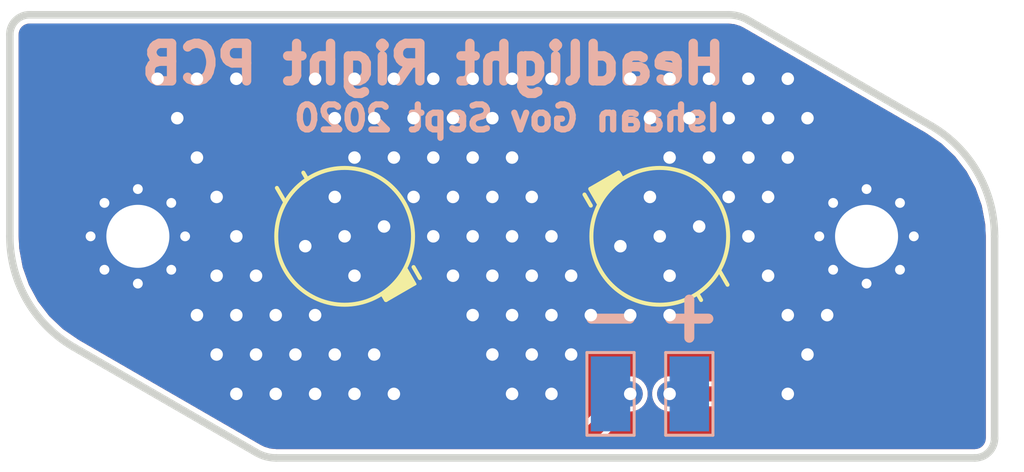
<source format=kicad_pcb>
(kicad_pcb (version 20171130) (host pcbnew "(5.1.4)-1")

  (general
    (thickness 1.6)
    (drawings 16)
    (tracks 109)
    (zones 0)
    (modules 6)
    (nets 5)
  )

  (page A4)
  (layers
    (0 F.Cu signal)
    (31 B.Cu signal)
    (32 B.Adhes user)
    (33 F.Adhes user)
    (34 B.Paste user)
    (35 F.Paste user)
    (36 B.SilkS user)
    (37 F.SilkS user)
    (38 B.Mask user)
    (39 F.Mask user)
    (40 Dwgs.User user)
    (41 Cmts.User user)
    (42 Eco1.User user)
    (43 Eco2.User user)
    (44 Edge.Cuts user)
    (45 Margin user)
    (46 B.CrtYd user)
    (47 F.CrtYd user)
    (48 B.Fab user)
    (49 F.Fab user)
  )

  (setup
    (last_trace_width 0.381)
    (user_trace_width 0.762)
    (trace_clearance 0.2032)
    (zone_clearance 0.254)
    (zone_45_only no)
    (trace_min 0.2032)
    (via_size 1.27)
    (via_drill 0.635)
    (via_min_size 0.635)
    (via_min_drill 0.381)
    (uvia_size 0.3)
    (uvia_drill 0.1)
    (uvias_allowed no)
    (uvia_min_size 0.2)
    (uvia_min_drill 0.1)
    (edge_width 0.1)
    (segment_width 0.2)
    (pcb_text_width 0.3)
    (pcb_text_size 1.5 1.5)
    (mod_edge_width 0.15)
    (mod_text_size 1 1)
    (mod_text_width 0.15)
    (pad_size 6.000001 6.000001)
    (pad_drill 0)
    (pad_to_mask_clearance 0)
    (aux_axis_origin 0 0)
    (grid_origin 137 100)
    (visible_elements 7FFFFFFF)
    (pcbplotparams
      (layerselection 0x010fc_ffffffff)
      (usegerberextensions true)
      (usegerberattributes false)
      (usegerberadvancedattributes false)
      (creategerberjobfile true)
      (excludeedgelayer true)
      (linewidth 0.100000)
      (plotframeref false)
      (viasonmask false)
      (mode 1)
      (useauxorigin true)
      (hpglpennumber 1)
      (hpglpenspeed 20)
      (hpglpendiameter 15.000000)
      (psnegative false)
      (psa4output false)
      (plotreference false)
      (plotvalue false)
      (plotinvisibletext false)
      (padsonsilk false)
      (subtractmaskfromsilk false)
      (outputformat 1)
      (mirror false)
      (drillshape 0)
      (scaleselection 1)
      (outputdirectory "Headlight Right Gerbers 9-24-2240/"))
  )

  (net 0 "")
  (net 1 /A)
  (net 2 "Net-(D1-Pad2)")
  (net 3 /HEATSINK)
  (net 4 /K)

  (net_class Default "This is the default net class."
    (clearance 0.2032)
    (trace_width 0.381)
    (via_dia 1.27)
    (via_drill 0.635)
    (uvia_dia 0.3)
    (uvia_drill 0.1)
    (diff_pair_width 0.254)
    (diff_pair_gap 0.2032)
    (add_net /A)
    (add_net /HEATSINK)
    (add_net /K)
    (add_net "Net-(D1-Pad2)")
  )

  (module TestPoint:TestPoint_Keystone_5019_Minature (layer B.Cu) (tedit 5A0F774F) (tstamp 5F698AF4)
    (at 128 108 90)
    (descr "SMT Test Point- Micro Miniature 5019, http://www.keyelco.com/product-pdf.cfm?p=1357")
    (tags "Test Point")
    (path /5F65A56E)
    (attr smd)
    (fp_text reference J2 (at 0 2.25 90) (layer B.SilkS) hide
      (effects (font (size 1 1) (thickness 0.15)) (justify mirror))
    )
    (fp_text value Conn_01x01 (at 0 -2.25 90) (layer B.Fab) hide
      (effects (font (size 1 1) (thickness 0.15)) (justify mirror))
    )
    (fp_line (start -2.1 -1.2) (end -2.1 1.2) (layer B.SilkS) (width 0.15))
    (fp_line (start 2.1 -1.2) (end -2.1 -1.2) (layer B.SilkS) (width 0.15))
    (fp_line (start 2.1 1.2) (end 2.1 -1.2) (layer B.SilkS) (width 0.15))
    (fp_line (start -2.1 1.2) (end 2.1 1.2) (layer B.SilkS) (width 0.15))
    (fp_line (start -2.35 -1.45) (end -2.35 1.45) (layer B.CrtYd) (width 0.05))
    (fp_line (start 2.35 -1.45) (end -2.35 -1.45) (layer B.CrtYd) (width 0.05))
    (fp_line (start 2.35 1.45) (end 2.35 -1.45) (layer B.CrtYd) (width 0.05))
    (fp_line (start -2.35 1.45) (end 2.35 1.45) (layer B.CrtYd) (width 0.05))
    (fp_line (start 1.25 0.5) (end 1.25 1) (layer B.Fab) (width 0.15))
    (fp_line (start 1.75 0.5) (end 1.25 0.5) (layer B.Fab) (width 0.15))
    (fp_line (start 1.9 -0.5) (end 1.9 0.5) (layer B.Fab) (width 0.15))
    (fp_line (start 1.25 -0.5) (end 1.75 -0.5) (layer B.Fab) (width 0.15))
    (fp_line (start 1.25 -1) (end 1.25 -0.5) (layer B.Fab) (width 0.15))
    (fp_line (start -1.25 -1) (end 1.25 -1) (layer B.Fab) (width 0.15))
    (fp_line (start -1.25 -0.5) (end -1.25 -1) (layer B.Fab) (width 0.15))
    (fp_line (start -1.75 -0.5) (end -1.25 -0.5) (layer B.Fab) (width 0.15))
    (fp_line (start -1.9 0.5) (end -1.9 -0.5) (layer B.Fab) (width 0.15))
    (fp_line (start -1.25 0.5) (end -1.75 0.5) (layer B.Fab) (width 0.15))
    (fp_line (start -1.25 1) (end -1.25 0.5) (layer B.Fab) (width 0.15))
    (fp_line (start 1.25 1) (end -1.25 1) (layer B.Fab) (width 0.15))
    (fp_line (start 1.9 -0.5) (end -1.9 -0.5) (layer B.Fab) (width 0.15))
    (fp_line (start -1.9 0.5) (end 1.9 0.5) (layer B.Fab) (width 0.15))
    (fp_line (start 0 1) (end 0 0.5) (layer B.Fab) (width 0.15))
    (fp_line (start 0 -0.5) (end 0 -1) (layer B.Fab) (width 0.15))
    (fp_text user %R (at 0 0 90) (layer B.Fab) hide
      (effects (font (size 0.9 0.9) (thickness 0.135)) (justify mirror))
    )
    (pad 1 smd rect (at 0 0 90) (size 3.8 2) (layers B.Cu B.Paste B.Mask)
      (net 1 /A))
    (model ${KISYS3DMOD}/TestPoint.3dshapes/TestPoint_Keystone_5019_Minature.wrl
      (at (xyz 0 0 0))
      (scale (xyz 1 1 1))
      (rotate (xyz 0 0 0))
    )
  )

  (module TestPoint:TestPoint_Keystone_5019_Minature (layer B.Cu) (tedit 5A0F774F) (tstamp 5F698F1A)
    (at 124 108 90)
    (descr "SMT Test Point- Micro Miniature 5019, http://www.keyelco.com/product-pdf.cfm?p=1357")
    (tags "Test Point")
    (path /5F65AC0F)
    (attr smd)
    (fp_text reference J1 (at 0 2.25 90) (layer B.SilkS) hide
      (effects (font (size 1 1) (thickness 0.15)) (justify mirror))
    )
    (fp_text value Conn_01x01 (at 0 -2.25 90) (layer B.Fab) hide
      (effects (font (size 1 1) (thickness 0.15)) (justify mirror))
    )
    (fp_line (start -2.1 -1.2) (end -2.1 1.2) (layer B.SilkS) (width 0.15))
    (fp_line (start 2.1 -1.2) (end -2.1 -1.2) (layer B.SilkS) (width 0.15))
    (fp_line (start 2.1 1.2) (end 2.1 -1.2) (layer B.SilkS) (width 0.15))
    (fp_line (start -2.1 1.2) (end 2.1 1.2) (layer B.SilkS) (width 0.15))
    (fp_line (start -2.35 -1.45) (end -2.35 1.45) (layer B.CrtYd) (width 0.05))
    (fp_line (start 2.35 -1.45) (end -2.35 -1.45) (layer B.CrtYd) (width 0.05))
    (fp_line (start 2.35 1.45) (end 2.35 -1.45) (layer B.CrtYd) (width 0.05))
    (fp_line (start -2.35 1.45) (end 2.35 1.45) (layer B.CrtYd) (width 0.05))
    (fp_line (start 1.25 0.5) (end 1.25 1) (layer B.Fab) (width 0.15))
    (fp_line (start 1.75 0.5) (end 1.25 0.5) (layer B.Fab) (width 0.15))
    (fp_line (start 1.9 -0.5) (end 1.9 0.5) (layer B.Fab) (width 0.15))
    (fp_line (start 1.25 -0.5) (end 1.75 -0.5) (layer B.Fab) (width 0.15))
    (fp_line (start 1.25 -1) (end 1.25 -0.5) (layer B.Fab) (width 0.15))
    (fp_line (start -1.25 -1) (end 1.25 -1) (layer B.Fab) (width 0.15))
    (fp_line (start -1.25 -0.5) (end -1.25 -1) (layer B.Fab) (width 0.15))
    (fp_line (start -1.75 -0.5) (end -1.25 -0.5) (layer B.Fab) (width 0.15))
    (fp_line (start -1.9 0.5) (end -1.9 -0.5) (layer B.Fab) (width 0.15))
    (fp_line (start -1.25 0.5) (end -1.75 0.5) (layer B.Fab) (width 0.15))
    (fp_line (start -1.25 1) (end -1.25 0.5) (layer B.Fab) (width 0.15))
    (fp_line (start 1.25 1) (end -1.25 1) (layer B.Fab) (width 0.15))
    (fp_line (start 1.9 -0.5) (end -1.9 -0.5) (layer B.Fab) (width 0.15))
    (fp_line (start -1.9 0.5) (end 1.9 0.5) (layer B.Fab) (width 0.15))
    (fp_line (start 0 1) (end 0 0.5) (layer B.Fab) (width 0.15))
    (fp_line (start 0 -0.5) (end 0 -1) (layer B.Fab) (width 0.15))
    (fp_text user %R (at 0 0 90) (layer B.Fab) hide
      (effects (font (size 0.9 0.9) (thickness 0.135)) (justify mirror))
    )
    (pad 1 smd rect (at 0 0 90) (size 3.8 2) (layers B.Cu B.Paste B.Mask)
      (net 4 /K))
    (model ${KISYS3DMOD}/TestPoint.3dshapes/TestPoint_Keystone_5019_Minature.wrl
      (at (xyz 0 0 0))
      (scale (xyz 1 1 1))
      (rotate (xyz 0 0 0))
    )
  )

  (module MountingHole:MountingHole_3.2mm_M3_Pad_Via (layer F.Cu) (tedit 56DDBCCA) (tstamp 5F698AB8)
    (at 100 100)
    (descr "Mounting Hole 3.2mm, M3")
    (tags "mounting hole 3.2mm m3")
    (path /5F661358)
    (zone_connect 2)
    (attr virtual)
    (fp_text reference H2 (at 0 -4.2) (layer F.SilkS) hide
      (effects (font (size 1 1) (thickness 0.15)))
    )
    (fp_text value M3 (at 0 4.2) (layer F.Fab) hide
      (effects (font (size 1 1) (thickness 0.15)))
    )
    (fp_circle (center 0 0) (end 3.45 0) (layer F.CrtYd) (width 0.05))
    (fp_circle (center 0 0) (end 3.2 0) (layer Cmts.User) (width 0.15))
    (fp_text user %R (at 0.3 0) (layer F.Fab) hide
      (effects (font (size 1 1) (thickness 0.15)))
    )
    (pad 1 thru_hole circle (at 1.697056 -1.697056) (size 0.8 0.8) (drill 0.5) (layers *.Cu *.Mask)
      (net 3 /HEATSINK) (zone_connect 2))
    (pad 1 thru_hole circle (at 0 -2.4) (size 0.8 0.8) (drill 0.5) (layers *.Cu *.Mask)
      (net 3 /HEATSINK) (zone_connect 2))
    (pad 1 thru_hole circle (at -1.697056 -1.697056) (size 0.8 0.8) (drill 0.5) (layers *.Cu *.Mask)
      (net 3 /HEATSINK) (zone_connect 2))
    (pad 1 thru_hole circle (at -2.4 0) (size 0.8 0.8) (drill 0.5) (layers *.Cu *.Mask)
      (net 3 /HEATSINK) (zone_connect 2))
    (pad 1 thru_hole circle (at -1.697056 1.697056) (size 0.8 0.8) (drill 0.5) (layers *.Cu *.Mask)
      (net 3 /HEATSINK) (zone_connect 2))
    (pad 1 thru_hole circle (at 0 2.4) (size 0.8 0.8) (drill 0.5) (layers *.Cu *.Mask)
      (net 3 /HEATSINK) (zone_connect 2))
    (pad 1 thru_hole circle (at 1.697056 1.697056) (size 0.8 0.8) (drill 0.5) (layers *.Cu *.Mask)
      (net 3 /HEATSINK) (zone_connect 2))
    (pad 1 thru_hole circle (at 2.4 0) (size 0.8 0.8) (drill 0.5) (layers *.Cu *.Mask)
      (net 3 /HEATSINK) (zone_connect 2))
    (pad 1 thru_hole circle (at 0 0) (size 6.4 6.4) (drill 3.2) (layers *.Cu *.Mask)
      (net 3 /HEATSINK) (zone_connect 2))
  )

  (module MountingHole:MountingHole_3.2mm_M3_Pad_Via (layer F.Cu) (tedit 56DDBCCA) (tstamp 5F698AA8)
    (at 137 100)
    (descr "Mounting Hole 3.2mm, M3")
    (tags "mounting hole 3.2mm m3")
    (path /5F660AE2)
    (zone_connect 2)
    (attr virtual)
    (fp_text reference H1 (at 0 -4.2) (layer F.SilkS) hide
      (effects (font (size 1 1) (thickness 0.15)))
    )
    (fp_text value M3 (at 0 4.2) (layer F.Fab) hide
      (effects (font (size 1 1) (thickness 0.15)))
    )
    (fp_circle (center 0 0) (end 3.45 0) (layer F.CrtYd) (width 0.05))
    (fp_circle (center 0 0) (end 3.2 0) (layer Cmts.User) (width 0.15))
    (fp_text user %R (at 0.3 0) (layer F.Fab) hide
      (effects (font (size 1 1) (thickness 0.15)))
    )
    (pad 1 thru_hole circle (at 1.697056 -1.697056) (size 0.8 0.8) (drill 0.5) (layers *.Cu *.Mask)
      (net 3 /HEATSINK) (zone_connect 2))
    (pad 1 thru_hole circle (at 0 -2.4) (size 0.8 0.8) (drill 0.5) (layers *.Cu *.Mask)
      (net 3 /HEATSINK) (zone_connect 2))
    (pad 1 thru_hole circle (at -1.697056 -1.697056) (size 0.8 0.8) (drill 0.5) (layers *.Cu *.Mask)
      (net 3 /HEATSINK) (zone_connect 2))
    (pad 1 thru_hole circle (at -2.4 0) (size 0.8 0.8) (drill 0.5) (layers *.Cu *.Mask)
      (net 3 /HEATSINK) (zone_connect 2))
    (pad 1 thru_hole circle (at -1.697056 1.697056) (size 0.8 0.8) (drill 0.5) (layers *.Cu *.Mask)
      (net 3 /HEATSINK) (zone_connect 2))
    (pad 1 thru_hole circle (at 0 2.4) (size 0.8 0.8) (drill 0.5) (layers *.Cu *.Mask)
      (net 3 /HEATSINK) (zone_connect 2))
    (pad 1 thru_hole circle (at 1.697056 1.697056) (size 0.8 0.8) (drill 0.5) (layers *.Cu *.Mask)
      (net 3 /HEATSINK) (zone_connect 2))
    (pad 1 thru_hole circle (at 2.4 0) (size 0.8 0.8) (drill 0.5) (layers *.Cu *.Mask)
      (net 3 /HEATSINK) (zone_connect 2))
    (pad 1 thru_hole circle (at 0 0) (size 6.4 6.4) (drill 3.2) (layers *.Cu *.Mask)
      (net 3 /HEATSINK) (zone_connect 2))
  )

  (module Custom-DiscreteSemi:1W_LED (layer F.Cu) (tedit 5F69904B) (tstamp 5F698A98)
    (at 126.5 100 120)
    (path /5F6594FB)
    (fp_text reference D2 (at 0 4.95 120) (layer F.SilkS) hide
      (effects (font (size 1 1) (thickness 0.15)))
    )
    (fp_text value LED_PAD (at 0 -5 120) (layer F.Fab) hide
      (effects (font (size 1 1) (thickness 0.15)))
    )
    (fp_line (start 3.1 -2.25) (end 3.75 -2.25) (layer F.SilkS) (width 0.2032))
    (fp_poly (pts (xy 3 -1.85) (xy 3.4 -1.05) (xy 3.5 -0.2) (xy 3.85 -0.2)
      (xy 3.85 -1.85) (xy 2.95 -1.85)) (layer F.SilkS) (width 0.2032))
    (fp_line (start 3 -1.85) (end 3.85 -1.85) (layer F.SilkS) (width 0.2032))
    (fp_line (start 3.5 -0.2) (end 3.85 -0.2) (layer F.SilkS) (width 0.2032))
    (fp_line (start -3.5 0.2) (end -3.85 0.2) (layer F.SilkS) (width 0.2032))
    (fp_line (start -3.05 1.75) (end -3.85 1.75) (layer F.SilkS) (width 0.2032))
    (fp_circle (center 0 0) (end 3.473111 0) (layer F.SilkS) (width 0.2032))
    (pad 1 smd roundrect (at 6 -1 120) (size 4 2.75) (layers F.Cu F.Paste F.Mask) (roundrect_rratio 0.125)
      (net 2 "Net-(D1-Pad2)"))
    (pad 2 smd roundrect (at -6 1 120) (size 4 2.75) (layers F.Cu F.Paste F.Mask) (roundrect_rratio 0.125)
      (net 1 /A))
    (pad 3 smd circle (at 0 0 120) (size 6.000001 6.000001) (layers F.Cu F.Paste F.Mask)
      (net 3 /HEATSINK) (zone_connect 2))
    (model ":CUSTOM_3D:1W LED.stp"
      (at (xyz 0 0 0))
      (scale (xyz 1 1 1))
      (rotate (xyz 0 0 0))
    )
  )

  (module Custom-DiscreteSemi:1W_LED (layer F.Cu) (tedit 5F69903F) (tstamp 5F698A8A)
    (at 110.5 100 300)
    (path /5F658E5D)
    (fp_text reference D1 (at 0 4.95 120) (layer F.SilkS) hide
      (effects (font (size 1 1) (thickness 0.15)))
    )
    (fp_text value LED_PAD (at 0 -5 120) (layer F.Fab) hide
      (effects (font (size 1 1) (thickness 0.15)))
    )
    (fp_line (start 3.1 -2.25) (end 3.75 -2.25) (layer F.SilkS) (width 0.2032))
    (fp_poly (pts (xy 3 -1.85) (xy 3.4 -1.05) (xy 3.5 -0.2) (xy 3.85 -0.2)
      (xy 3.85 -1.85) (xy 2.95 -1.85)) (layer F.SilkS) (width 0.2032))
    (fp_line (start 3 -1.85) (end 3.85 -1.85) (layer F.SilkS) (width 0.2032))
    (fp_line (start 3.5 -0.2) (end 3.85 -0.2) (layer F.SilkS) (width 0.2032))
    (fp_line (start -3.5 0.2) (end -3.85 0.2) (layer F.SilkS) (width 0.2032))
    (fp_line (start -3.05 1.75) (end -3.85 1.75) (layer F.SilkS) (width 0.2032))
    (fp_circle (center 0 0) (end 3.473111 0) (layer F.SilkS) (width 0.2032))
    (pad 1 smd roundrect (at 6 -1 300) (size 4 2.75) (layers F.Cu F.Paste F.Mask) (roundrect_rratio 0.125)
      (net 4 /K))
    (pad 2 smd roundrect (at -6 1 300) (size 4 2.75) (layers F.Cu F.Paste F.Mask) (roundrect_rratio 0.125)
      (net 2 "Net-(D1-Pad2)"))
    (pad 3 smd circle (at 0 0 300) (size 6.000001 6.000001) (layers F.Cu F.Paste F.Mask)
      (net 3 /HEATSINK) (zone_connect 2))
    (model ":CUSTOM_3D:1W LED.stp"
      (at (xyz 0 0 0))
      (scale (xyz 1 1 1))
      (rotate (xyz 0 0 0))
    )
  )

  (gr_text "Ishaan Gov Sept 2020" (at 118.75 94) (layer B.SilkS)
    (effects (font (size 1.27 1.27) (thickness 0.3175)) (justify mirror))
  )
  (gr_text "Headlight Right PCB" (at 115 91.25) (layer B.SilkS)
    (effects (font (size 1.905 1.905) (thickness 0.47625)) (justify mirror))
  )
  (gr_text - (at 124 104) (layer B.SilkS)
    (effects (font (size 2.54 2.54) (thickness 0.508)) (justify mirror))
  )
  (gr_text + (at 128 104) (layer B.SilkS) (tstamp 5F69944A)
    (effects (font (size 2.54 2.54) (thickness 0.508)) (justify mirror))
  )
  (gr_arc (start 129.97853 90.750001) (end 129.97853 88.75) (angle 30) (layer Edge.Cuts) (width 0.381))
  (gr_arc (start 142.5 110.25) (end 143.5 110.25) (angle 90) (layer Edge.Cuts) (width 0.381))
  (gr_line (start 143.5 100) (end 143.5 110.25) (layer Edge.Cuts) (width 0.381))
  (gr_arc (start 137 100) (end 140.25 94.370835) (angle 60) (layer Edge.Cuts) (width 0.381))
  (gr_line (start 94.5 88.75) (end 129.97853 88.75) (layer Edge.Cuts) (width 0.381))
  (gr_arc (start 94.5 89.75) (end 93.5 89.75) (angle 90) (layer Edge.Cuts) (width 0.381))
  (gr_arc (start 107.02147 109.249999) (end 107.02147 111.25) (angle 30) (layer Edge.Cuts) (width 0.381))
  (gr_line (start 142.5 111.25) (end 107.02147 111.25) (layer Edge.Cuts) (width 0.381))
  (gr_line (start 93.5 100) (end 93.5 89.75) (layer Edge.Cuts) (width 0.381))
  (gr_arc (start 100 100) (end 96.75 105.629165) (angle 60) (layer Edge.Cuts) (width 0.381))
  (gr_line (start 106.02147 110.98205) (end 96.75 105.629165) (layer Edge.Cuts) (width 0.381))
  (gr_line (start 130.97853 89.01795) (end 140.25 94.370835) (layer Edge.Cuts) (width 0.381))

  (segment (start 130.366025 107.082255) (end 129.44828 108) (width 0.762) (layer F.Cu) (net 1))
  (segment (start 130.366025 104.696152) (end 130.366025 107.082255) (width 0.762) (layer F.Cu) (net 1))
  (via (at 127 108) (size 1.27) (drill 0.635) (layers F.Cu B.Cu) (net 1))
  (segment (start 129.44828 108) (end 127 108) (width 0.762) (layer F.Cu) (net 1))
  (segment (start 106.633975 90.866025) (end 106.633975 95.303848) (width 0.762) (layer F.Cu) (net 2))
  (segment (start 107.5 90) (end 106.633975 90.866025) (width 0.762) (layer F.Cu) (net 2))
  (segment (start 121.5 90) (end 107.5 90) (width 0.762) (layer F.Cu) (net 2))
  (segment (start 122.633975 95.303848) (end 122.633975 91.133975) (width 0.762) (layer F.Cu) (net 2))
  (segment (start 122.633975 91.133975) (end 121.5 90) (width 0.762) (layer F.Cu) (net 2))
  (via (at 108.5 100.5) (size 1.27) (drill 0.635) (layers F.Cu B.Cu) (net 3))
  (via (at 112.5 99.5) (size 1.27) (drill 0.635) (layers F.Cu B.Cu) (net 3))
  (via (at 111 102) (size 1.27) (drill 0.635) (layers F.Cu B.Cu) (net 3))
  (via (at 110 98) (size 1.27) (drill 0.635) (layers F.Cu B.Cu) (net 3))
  (via (at 110.5 100) (size 1.27) (drill 0.635) (layers F.Cu B.Cu) (net 3))
  (via (at 124.5 100.5) (size 1.27) (drill 0.635) (layers F.Cu B.Cu) (net 3))
  (via (at 128.5 99.5) (size 1.27) (drill 0.635) (layers F.Cu B.Cu) (net 3))
  (via (at 127 102) (size 1.27) (drill 0.635) (layers F.Cu B.Cu) (net 3))
  (via (at 126 98) (size 1.27) (drill 0.635) (layers F.Cu B.Cu) (net 3))
  (via (at 126.5 100) (size 1.27) (drill 0.635) (layers F.Cu B.Cu) (net 3))
  (via (at 101 92) (size 1.27) (drill 0.635) (layers F.Cu B.Cu) (net 3))
  (via (at 103 92) (size 1.27) (drill 0.635) (layers F.Cu B.Cu) (net 3))
  (via (at 105 92) (size 1.27) (drill 0.635) (layers F.Cu B.Cu) (net 3))
  (via (at 102 94) (size 1.27) (drill 0.635) (layers F.Cu B.Cu) (net 3))
  (via (at 103 96) (size 1.27) (drill 0.635) (layers F.Cu B.Cu) (net 3))
  (via (at 104 98) (size 1.27) (drill 0.635) (layers F.Cu B.Cu) (net 3))
  (via (at 105 100) (size 1.27) (drill 0.635) (layers F.Cu B.Cu) (net 3))
  (via (at 104 102) (size 1.27) (drill 0.635) (layers F.Cu B.Cu) (net 3))
  (via (at 106 102) (size 1.27) (drill 0.635) (layers F.Cu B.Cu) (net 3))
  (via (at 105 104) (size 1.27) (drill 0.635) (layers F.Cu B.Cu) (net 3))
  (via (at 104 106) (size 1.27) (drill 0.635) (layers F.Cu B.Cu) (net 3))
  (via (at 106 106) (size 1.27) (drill 0.635) (layers F.Cu B.Cu) (net 3))
  (via (at 103 104) (size 1.27) (drill 0.635) (layers F.Cu B.Cu) (net 3))
  (via (at 105 108) (size 1.27) (drill 0.635) (layers F.Cu B.Cu) (net 3))
  (via (at 107 108) (size 1.27) (drill 0.635) (layers F.Cu B.Cu) (net 3))
  (via (at 107 104) (size 1.27) (drill 0.635) (layers F.Cu B.Cu) (net 3))
  (via (at 108 106) (size 1.27) (drill 0.635) (layers F.Cu B.Cu) (net 3))
  (via (at 109 108) (size 1.27) (drill 0.635) (layers F.Cu B.Cu) (net 3))
  (via (at 111 108) (size 1.27) (drill 0.635) (layers F.Cu B.Cu) (net 3))
  (via (at 110 106) (size 1.27) (drill 0.635) (layers F.Cu B.Cu) (net 3))
  (via (at 109 104) (size 1.27) (drill 0.635) (layers F.Cu B.Cu) (net 3))
  (via (at 112 106) (size 1.27) (drill 0.635) (layers F.Cu B.Cu) (net 3))
  (via (at 113 108) (size 1.27) (drill 0.635) (layers F.Cu B.Cu) (net 3))
  (via (at 109 92) (size 1.27) (drill 0.635) (layers F.Cu B.Cu) (net 3))
  (via (at 111 92) (size 1.27) (drill 0.635) (layers F.Cu B.Cu) (net 3))
  (via (at 113 92) (size 1.27) (drill 0.635) (layers F.Cu B.Cu) (net 3))
  (via (at 115 92) (size 1.27) (drill 0.635) (layers F.Cu B.Cu) (net 3))
  (via (at 117 92) (size 1.27) (drill 0.635) (layers F.Cu B.Cu) (net 3))
  (via (at 119 92) (size 1.27) (drill 0.635) (layers F.Cu B.Cu) (net 3))
  (via (at 121 92) (size 1.27) (drill 0.635) (layers F.Cu B.Cu) (net 3))
  (via (at 118 94) (size 1.27) (drill 0.635) (layers F.Cu B.Cu) (net 3))
  (via (at 116 94) (size 1.27) (drill 0.635) (layers F.Cu B.Cu) (net 3))
  (via (at 114 94) (size 1.27) (drill 0.635) (layers F.Cu B.Cu) (net 3))
  (via (at 112 94) (size 1.27) (drill 0.635) (layers F.Cu B.Cu) (net 3))
  (via (at 110 94) (size 1.27) (drill 0.635) (layers F.Cu B.Cu) (net 3))
  (via (at 111 96) (size 1.27) (drill 0.635) (layers F.Cu B.Cu) (net 3))
  (via (at 113 96) (size 1.27) (drill 0.635) (layers F.Cu B.Cu) (net 3))
  (via (at 115 96) (size 1.27) (drill 0.635) (layers F.Cu B.Cu) (net 3))
  (via (at 117 96) (size 1.27) (drill 0.635) (layers F.Cu B.Cu) (net 3))
  (via (at 119 96) (size 1.27) (drill 0.635) (layers F.Cu B.Cu) (net 3))
  (via (at 120 98) (size 1.27) (drill 0.635) (layers F.Cu B.Cu) (net 3))
  (via (at 118 98) (size 1.27) (drill 0.635) (layers F.Cu B.Cu) (net 3))
  (via (at 116 98) (size 1.27) (drill 0.635) (layers F.Cu B.Cu) (net 3))
  (via (at 114 98) (size 1.27) (drill 0.635) (layers F.Cu B.Cu) (net 3))
  (via (at 115 100) (size 1.27) (drill 0.635) (layers F.Cu B.Cu) (net 3))
  (via (at 117 100) (size 1.27) (drill 0.635) (layers F.Cu B.Cu) (net 3))
  (via (at 119 100) (size 1.27) (drill 0.635) (layers F.Cu B.Cu) (net 3))
  (via (at 121 100) (size 1.27) (drill 0.635) (layers F.Cu B.Cu) (net 3))
  (via (at 122 102) (size 1.27) (drill 0.635) (layers F.Cu B.Cu) (net 3))
  (via (at 120 102) (size 1.27) (drill 0.635) (layers F.Cu B.Cu) (net 3))
  (via (at 118 102) (size 1.27) (drill 0.635) (layers F.Cu B.Cu) (net 3))
  (via (at 116 102) (size 1.27) (drill 0.635) (layers F.Cu B.Cu) (net 3))
  (via (at 117 104) (size 1.27) (drill 0.635) (layers F.Cu B.Cu) (net 3))
  (via (at 119 104) (size 1.27) (drill 0.635) (layers F.Cu B.Cu) (net 3))
  (via (at 121 104) (size 1.27) (drill 0.635) (layers F.Cu B.Cu) (net 3))
  (via (at 123 104) (size 1.27) (drill 0.635) (layers F.Cu B.Cu) (net 3))
  (via (at 125 104) (size 1.27) (drill 0.635) (layers F.Cu B.Cu) (net 3))
  (via (at 118 106) (size 1.27) (drill 0.635) (layers F.Cu B.Cu) (net 3))
  (via (at 120 106) (size 1.27) (drill 0.635) (layers F.Cu B.Cu) (net 3))
  (via (at 122 106) (size 1.27) (drill 0.635) (layers F.Cu B.Cu) (net 3))
  (via (at 119 108) (size 1.27) (drill 0.635) (layers F.Cu B.Cu) (net 3))
  (via (at 121 108) (size 1.27) (drill 0.635) (layers F.Cu B.Cu) (net 3))
  (via (at 127 104) (size 1.27) (drill 0.635) (layers F.Cu B.Cu) (net 3))
  (via (at 125 92) (size 1.27) (drill 0.635) (layers F.Cu B.Cu) (net 3))
  (via (at 127 92) (size 1.27) (drill 0.635) (layers F.Cu B.Cu) (net 3))
  (via (at 129 92) (size 1.27) (drill 0.635) (layers F.Cu B.Cu) (net 3))
  (via (at 131 92) (size 1.27) (drill 0.635) (layers F.Cu B.Cu) (net 3))
  (via (at 132 94) (size 1.27) (drill 0.635) (layers F.Cu B.Cu) (net 3))
  (via (at 131 96) (size 1.27) (drill 0.635) (layers F.Cu B.Cu) (net 3))
  (via (at 129 96) (size 1.27) (drill 0.635) (layers F.Cu B.Cu) (net 3))
  (via (at 130 94) (size 1.27) (drill 0.635) (layers F.Cu B.Cu) (net 3))
  (via (at 128 94) (size 1.27) (drill 0.635) (layers F.Cu B.Cu) (net 3))
  (via (at 127 96) (size 1.27) (drill 0.635) (layers F.Cu B.Cu) (net 3))
  (via (at 126 94) (size 1.27) (drill 0.635) (layers F.Cu B.Cu) (net 3))
  (via (at 130 98) (size 1.27) (drill 0.635) (layers F.Cu B.Cu) (net 3))
  (via (at 132 98) (size 1.27) (drill 0.635) (layers F.Cu B.Cu) (net 3))
  (via (at 131 100) (size 1.27) (drill 0.635) (layers F.Cu B.Cu) (net 3))
  (via (at 132 102) (size 1.27) (drill 0.635) (layers F.Cu B.Cu) (net 3))
  (via (at 133 108) (size 1.27) (drill 0.635) (layers F.Cu B.Cu) (net 3))
  (via (at 133 104) (size 1.27) (drill 0.635) (layers F.Cu B.Cu) (net 3))
  (via (at 134 106) (size 1.27) (drill 0.635) (layers F.Cu B.Cu) (net 3))
  (via (at 133 96) (size 1.27) (drill 0.635) (layers F.Cu B.Cu) (net 3))
  (via (at 133 92) (size 1.27) (drill 0.635) (layers F.Cu B.Cu) (net 3))
  (via (at 134 94) (size 1.27) (drill 0.635) (layers F.Cu B.Cu) (net 3))
  (via (at 135 104) (size 1.27) (drill 0.635) (layers F.Cu B.Cu) (net 3))
  (via (at 125 108) (size 1.27) (drill 0.635) (layers F.Cu B.Cu) (net 4))
  (segment (start 123 110) (end 125 108) (width 0.762) (layer F.Cu) (net 4))
  (segment (start 115 110) (end 123 110) (width 0.762) (layer F.Cu) (net 4))
  (segment (start 114.366025 104.696152) (end 114.366025 109.366025) (width 0.762) (layer F.Cu) (net 4))
  (segment (start 114.366025 109.366025) (end 115 110) (width 0.762) (layer F.Cu) (net 4))

  (zone (net 3) (net_name /HEATSINK) (layer F.Cu) (tstamp 5F6D58DF) (hatch edge 0.508)
    (connect_pads (clearance 0.254))
    (min_thickness 0.1524)
    (fill yes (arc_segments 32) (thermal_gap 0.254) (thermal_bridge_width 1.27))
    (polygon
      (pts
        (xy 93 88) (xy 145 88) (xy 145 112) (xy 93 112)
      )
    )
    (filled_polygon
      (pts
        (xy 130.265378 89.301323) (xy 130.549187 89.38701) (xy 130.733138 89.477524) (xy 139.971927 94.811542) (xy 140.761884 95.354463)
        (xy 141.442288 96.000143) (xy 142.013314 96.744317) (xy 142.460891 97.568653) (xy 142.774004 98.452856) (xy 142.946192 99.381901)
        (xy 142.9793 100.013627) (xy 142.979301 110.224522) (xy 142.967722 110.342613) (xy 142.940827 110.431694) (xy 142.897141 110.513857)
        (xy 142.838323 110.585974) (xy 142.766624 110.645289) (xy 142.684773 110.689545) (xy 142.59587 110.717065) (xy 142.479466 110.7293)
        (xy 107.046938 110.7293) (xy 106.734621 110.698677) (xy 106.450814 110.61299) (xy 106.266863 110.522475) (xy 97.028078 105.188462)
        (xy 96.238118 104.645539) (xy 95.557715 103.99986) (xy 95.35313 103.733239) (xy 111.97071 103.733239) (xy 111.975043 103.865598)
        (xy 112.005115 103.994569) (xy 112.05977 104.115195) (xy 113.654825 106.877913) (xy 113.654826 109.331089) (xy 113.651385 109.366025)
        (xy 113.654826 109.400961) (xy 113.665117 109.505445) (xy 113.6947 109.602967) (xy 113.705784 109.639506) (xy 113.765104 109.750485)
        (xy 113.771824 109.763058) (xy 113.860699 109.871352) (xy 113.887835 109.893622) (xy 114.472402 110.47819) (xy 114.494673 110.505327)
        (xy 114.602967 110.594202) (xy 114.726519 110.660242) (xy 114.86058 110.700909) (xy 114.965064 110.7112) (xy 114.965073 110.7112)
        (xy 114.999999 110.71464) (xy 115.034925 110.7112) (xy 122.965074 110.7112) (xy 123 110.71464) (xy 123.034926 110.7112)
        (xy 123.034936 110.7112) (xy 123.13942 110.700909) (xy 123.273481 110.660242) (xy 123.397033 110.594202) (xy 123.505327 110.505327)
        (xy 123.527602 110.478185) (xy 125.040588 108.9652) (xy 125.095064 108.9652) (xy 125.281538 108.928108) (xy 125.457194 108.855349)
        (xy 125.615279 108.74972) (xy 125.74972 108.615279) (xy 125.855349 108.457194) (xy 125.928108 108.281538) (xy 125.9652 108.095064)
        (xy 125.9652 107.904936) (xy 126.0348 107.904936) (xy 126.0348 108.095064) (xy 126.071892 108.281538) (xy 126.144651 108.457194)
        (xy 126.25028 108.615279) (xy 126.384721 108.74972) (xy 126.542806 108.855349) (xy 126.718462 108.928108) (xy 126.904936 108.9652)
        (xy 127.095064 108.9652) (xy 127.281538 108.928108) (xy 127.457194 108.855349) (xy 127.615279 108.74972) (xy 127.653799 108.7112)
        (xy 129.413354 108.7112) (xy 129.44828 108.71464) (xy 129.483206 108.7112) (xy 129.483216 108.7112) (xy 129.5877 108.700909)
        (xy 129.721761 108.660242) (xy 129.845313 108.594202) (xy 129.953607 108.505327) (xy 129.975881 108.478186) (xy 130.844221 107.609848)
        (xy 130.871352 107.587582) (xy 130.893618 107.560451) (xy 130.893622 107.560447) (xy 130.960227 107.479288) (xy 131.026266 107.355737)
        (xy 131.026267 107.355736) (xy 131.066934 107.221675) (xy 131.077225 107.117191) (xy 131.077225 107.117174) (xy 131.080664 107.082256)
        (xy 131.077225 107.047338) (xy 131.077225 106.978068) (xy 132.425012 106.199923) (xy 132.532658 106.122785) (xy 132.623186 106.026129)
        (xy 132.693119 105.913669) (xy 132.739767 105.789727) (xy 132.76134 105.659065) (xy 132.757007 105.526706) (xy 132.726935 105.397735)
        (xy 132.67228 105.277109) (xy 131.01603 102.408399) (xy 130.938892 102.300753) (xy 130.842236 102.210225) (xy 130.729776 102.140292)
        (xy 130.605834 102.093644) (xy 130.475172 102.072071) (xy 130.342813 102.076404) (xy 130.213842 102.106476) (xy 130.093216 102.161131)
        (xy 128.307038 103.192381) (xy 128.199392 103.269519) (xy 128.108864 103.366175) (xy 128.038931 103.478635) (xy 127.992283 103.602577)
        (xy 127.97071 103.733239) (xy 127.975043 103.865598) (xy 128.005115 103.994569) (xy 128.05977 104.115195) (xy 129.621793 106.820699)
        (xy 129.153693 107.2888) (xy 127.653799 107.2888) (xy 127.615279 107.25028) (xy 127.457194 107.144651) (xy 127.281538 107.071892)
        (xy 127.095064 107.0348) (xy 126.904936 107.0348) (xy 126.718462 107.071892) (xy 126.542806 107.144651) (xy 126.384721 107.25028)
        (xy 126.25028 107.384721) (xy 126.144651 107.542806) (xy 126.071892 107.718462) (xy 126.0348 107.904936) (xy 125.9652 107.904936)
        (xy 125.928108 107.718462) (xy 125.855349 107.542806) (xy 125.74972 107.384721) (xy 125.615279 107.25028) (xy 125.457194 107.144651)
        (xy 125.281538 107.071892) (xy 125.095064 107.0348) (xy 124.904936 107.0348) (xy 124.718462 107.071892) (xy 124.542806 107.144651)
        (xy 124.384721 107.25028) (xy 124.25028 107.384721) (xy 124.144651 107.542806) (xy 124.071892 107.718462) (xy 124.0348 107.904936)
        (xy 124.0348 107.959412) (xy 122.705413 109.2888) (xy 115.294588 109.2888) (xy 115.077225 109.071438) (xy 115.077225 106.978068)
        (xy 116.425012 106.199923) (xy 116.532658 106.122785) (xy 116.623186 106.026129) (xy 116.693119 105.913669) (xy 116.739767 105.789727)
        (xy 116.76134 105.659065) (xy 116.757007 105.526706) (xy 116.726935 105.397735) (xy 116.67228 105.277109) (xy 115.01603 102.408399)
        (xy 114.938892 102.300753) (xy 114.842236 102.210225) (xy 114.729776 102.140292) (xy 114.605834 102.093644) (xy 114.475172 102.072071)
        (xy 114.342813 102.076404) (xy 114.213842 102.106476) (xy 114.093216 102.161131) (xy 112.307038 103.192381) (xy 112.199392 103.269519)
        (xy 112.108864 103.366175) (xy 112.038931 103.478635) (xy 111.992283 103.602577) (xy 111.97071 103.733239) (xy 95.35313 103.733239)
        (xy 94.986686 103.255682) (xy 94.539109 102.431347) (xy 94.225995 101.547142) (xy 94.053808 100.618098) (xy 94.0207 99.986372)
        (xy 94.0207 94.340935) (xy 104.23866 94.340935) (xy 104.242993 94.473294) (xy 104.273065 94.602265) (xy 104.32772 94.722891)
        (xy 105.98397 97.591601) (xy 106.061108 97.699247) (xy 106.157764 97.789775) (xy 106.270224 97.859708) (xy 106.394166 97.906356)
        (xy 106.524828 97.927929) (xy 106.657187 97.923596) (xy 106.786158 97.893524) (xy 106.906784 97.838869) (xy 108.692962 96.807619)
        (xy 108.800608 96.730481) (xy 108.891136 96.633825) (xy 108.961069 96.521365) (xy 109.007717 96.397423) (xy 109.02929 96.266761)
        (xy 109.024957 96.134402) (xy 108.994885 96.005431) (xy 108.94023 95.884805) (xy 107.345175 93.122088) (xy 107.345175 91.160613)
        (xy 107.794588 90.7112) (xy 121.205413 90.7112) (xy 121.922776 91.428564) (xy 121.922776 93.021932) (xy 120.574988 93.800077)
        (xy 120.467342 93.877215) (xy 120.376814 93.973871) (xy 120.306881 94.086331) (xy 120.260233 94.210273) (xy 120.23866 94.340935)
        (xy 120.242993 94.473294) (xy 120.273065 94.602265) (xy 120.32772 94.722891) (xy 121.98397 97.591601) (xy 122.061108 97.699247)
        (xy 122.157764 97.789775) (xy 122.270224 97.859708) (xy 122.394166 97.906356) (xy 122.524828 97.927929) (xy 122.657187 97.923596)
        (xy 122.786158 97.893524) (xy 122.906784 97.838869) (xy 124.692962 96.807619) (xy 124.800608 96.730481) (xy 124.891136 96.633825)
        (xy 124.961069 96.521365) (xy 125.007717 96.397423) (xy 125.02929 96.266761) (xy 125.024957 96.134402) (xy 124.994885 96.005431)
        (xy 124.94023 95.884805) (xy 123.345175 93.122088) (xy 123.345175 91.168903) (xy 123.348615 91.133975) (xy 123.345175 91.099046)
        (xy 123.345175 91.099039) (xy 123.334884 90.994555) (xy 123.294217 90.860494) (xy 123.228177 90.736942) (xy 123.139302 90.628648)
        (xy 123.112166 90.606378) (xy 122.027602 89.521815) (xy 122.005327 89.494673) (xy 121.897033 89.405798) (xy 121.773481 89.339758)
        (xy 121.63942 89.299091) (xy 121.534936 89.2888) (xy 121.534926 89.2888) (xy 121.5 89.28536) (xy 121.465074 89.2888)
        (xy 107.534925 89.2888) (xy 107.499999 89.28536) (xy 107.465073 89.2888) (xy 107.465064 89.2888) (xy 107.36058 89.299091)
        (xy 107.226519 89.339758) (xy 107.146727 89.382408) (xy 107.102967 89.405798) (xy 107.021808 89.472403) (xy 107.021804 89.472407)
        (xy 106.994673 89.494673) (xy 106.972407 89.521804) (xy 106.155785 90.338428) (xy 106.128648 90.360699) (xy 106.039773 90.468993)
        (xy 105.973733 90.592545) (xy 105.933066 90.726606) (xy 105.922775 90.83109) (xy 105.922775 90.831099) (xy 105.919335 90.866025)
        (xy 105.922775 90.900951) (xy 105.922775 93.021932) (xy 104.574988 93.800077) (xy 104.467342 93.877215) (xy 104.376814 93.973871)
        (xy 104.306881 94.086331) (xy 104.260233 94.210273) (xy 104.23866 94.340935) (xy 94.0207 94.340935) (xy 94.0207 89.775468)
        (xy 94.032278 89.657387) (xy 94.059173 89.568305) (xy 94.102859 89.486144) (xy 94.161677 89.414026) (xy 94.233376 89.354711)
        (xy 94.315228 89.310454) (xy 94.40413 89.282935) (xy 94.520533 89.2707) (xy 129.953062 89.2707)
      )
    )
  )
  (zone (net 3) (net_name /HEATSINK) (layer B.Cu) (tstamp 5F6D58DC) (hatch edge 0.508)
    (connect_pads (clearance 0.254))
    (min_thickness 0.1524)
    (fill yes (arc_segments 32) (thermal_gap 0.254) (thermal_bridge_width 1.27))
    (polygon
      (pts
        (xy 93 88) (xy 145 88) (xy 145 112) (xy 93 112)
      )
    )
    (filled_polygon
      (pts
        (xy 130.265378 89.301323) (xy 130.549187 89.38701) (xy 130.733138 89.477524) (xy 139.971927 94.811542) (xy 140.761884 95.354463)
        (xy 141.442288 96.000143) (xy 142.013314 96.744317) (xy 142.460891 97.568653) (xy 142.774004 98.452856) (xy 142.946192 99.381901)
        (xy 142.9793 100.013627) (xy 142.979301 110.224522) (xy 142.967722 110.342613) (xy 142.940827 110.431694) (xy 142.897141 110.513857)
        (xy 142.838323 110.585974) (xy 142.766624 110.645289) (xy 142.684773 110.689545) (xy 142.59587 110.717065) (xy 142.479466 110.7293)
        (xy 107.046938 110.7293) (xy 106.734621 110.698677) (xy 106.450814 110.61299) (xy 106.266863 110.522475) (xy 98.606909 106.1)
        (xy 122.668203 106.1) (xy 122.668203 109.9) (xy 122.674578 109.96473) (xy 122.69346 110.026973) (xy 122.724121 110.084337)
        (xy 122.765384 110.134616) (xy 122.815663 110.175879) (xy 122.873027 110.20654) (xy 122.93527 110.225422) (xy 123 110.231797)
        (xy 125 110.231797) (xy 125.06473 110.225422) (xy 125.126973 110.20654) (xy 125.184337 110.175879) (xy 125.234616 110.134616)
        (xy 125.275879 110.084337) (xy 125.30654 110.026973) (xy 125.325422 109.96473) (xy 125.331797 109.9) (xy 125.331797 108.90729)
        (xy 125.457194 108.855349) (xy 125.615279 108.74972) (xy 125.74972 108.615279) (xy 125.855349 108.457194) (xy 125.928108 108.281538)
        (xy 125.9652 108.095064) (xy 125.9652 107.904936) (xy 126.0348 107.904936) (xy 126.0348 108.095064) (xy 126.071892 108.281538)
        (xy 126.144651 108.457194) (xy 126.25028 108.615279) (xy 126.384721 108.74972) (xy 126.542806 108.855349) (xy 126.668203 108.90729)
        (xy 126.668203 109.9) (xy 126.674578 109.96473) (xy 126.69346 110.026973) (xy 126.724121 110.084337) (xy 126.765384 110.134616)
        (xy 126.815663 110.175879) (xy 126.873027 110.20654) (xy 126.93527 110.225422) (xy 127 110.231797) (xy 129 110.231797)
        (xy 129.06473 110.225422) (xy 129.126973 110.20654) (xy 129.184337 110.175879) (xy 129.234616 110.134616) (xy 129.275879 110.084337)
        (xy 129.30654 110.026973) (xy 129.325422 109.96473) (xy 129.331797 109.9) (xy 129.331797 106.1) (xy 129.325422 106.03527)
        (xy 129.30654 105.973027) (xy 129.275879 105.915663) (xy 129.234616 105.865384) (xy 129.184337 105.824121) (xy 129.126973 105.79346)
        (xy 129.06473 105.774578) (xy 129 105.768203) (xy 127 105.768203) (xy 126.93527 105.774578) (xy 126.873027 105.79346)
        (xy 126.815663 105.824121) (xy 126.765384 105.865384) (xy 126.724121 105.915663) (xy 126.69346 105.973027) (xy 126.674578 106.03527)
        (xy 126.668203 106.1) (xy 126.668203 107.09271) (xy 126.542806 107.144651) (xy 126.384721 107.25028) (xy 126.25028 107.384721)
        (xy 126.144651 107.542806) (xy 126.071892 107.718462) (xy 126.0348 107.904936) (xy 125.9652 107.904936) (xy 125.928108 107.718462)
        (xy 125.855349 107.542806) (xy 125.74972 107.384721) (xy 125.615279 107.25028) (xy 125.457194 107.144651) (xy 125.331797 107.09271)
        (xy 125.331797 106.1) (xy 125.325422 106.03527) (xy 125.30654 105.973027) (xy 125.275879 105.915663) (xy 125.234616 105.865384)
        (xy 125.184337 105.824121) (xy 125.126973 105.79346) (xy 125.06473 105.774578) (xy 125 105.768203) (xy 123 105.768203)
        (xy 122.93527 105.774578) (xy 122.873027 105.79346) (xy 122.815663 105.824121) (xy 122.765384 105.865384) (xy 122.724121 105.915663)
        (xy 122.69346 105.973027) (xy 122.674578 106.03527) (xy 122.668203 106.1) (xy 98.606909 106.1) (xy 97.028078 105.188462)
        (xy 96.238118 104.645539) (xy 95.557715 103.99986) (xy 94.986686 103.255682) (xy 94.539109 102.431347) (xy 94.225995 101.547142)
        (xy 94.053808 100.618098) (xy 94.0207 99.986372) (xy 94.0207 89.775468) (xy 94.032278 89.657387) (xy 94.059173 89.568305)
        (xy 94.102859 89.486144) (xy 94.161677 89.414026) (xy 94.233376 89.354711) (xy 94.315228 89.310454) (xy 94.40413 89.282935)
        (xy 94.520533 89.2707) (xy 129.953062 89.2707)
      )
    )
  )
)

</source>
